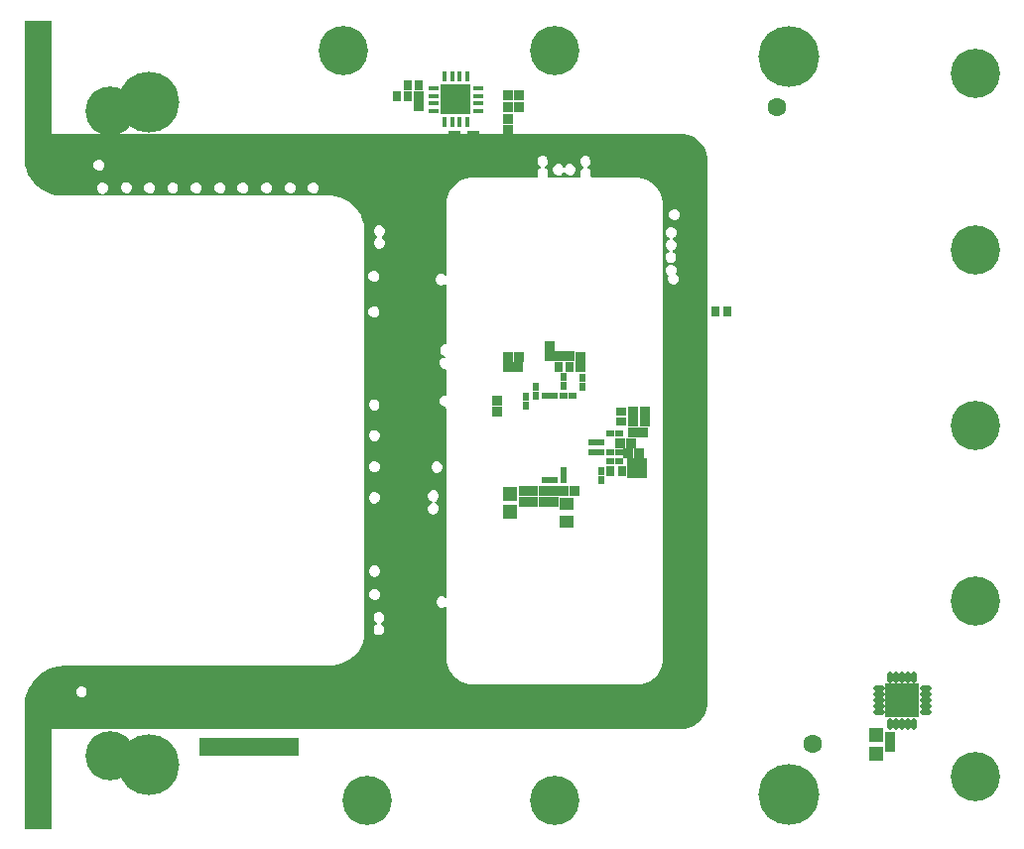
<source format=gbs>
G04*
G04 #@! TF.GenerationSoftware,Altium Limited,Altium Designer,19.0.15 (446)*
G04*
G04 Layer_Color=16711935*
%FSLAX44Y44*%
%MOMM*%
G71*
G01*
G75*
%ADD49R,0.7832X0.8232*%
%ADD55R,0.8232X0.8232*%
%ADD59R,0.8232X0.8232*%
%ADD60R,1.2032X1.1532*%
%ADD63R,1.1032X1.2032*%
%ADD73R,0.6032X0.6532*%
%ADD78C,4.2000*%
%ADD79C,5.2000*%
%ADD80C,1.6000*%
%ADD103R,2.6416X2.6416*%
%ADD104R,0.3556X0.8128*%
%ADD105R,0.8128X0.3556*%
%ADD112R,8.5500X1.5500*%
%ADD113R,0.8200X0.8200*%
%ADD114R,0.8200X0.8200*%
%ADD115R,1.2032X1.1032*%
%ADD116R,0.6532X0.6032*%
%ADD117R,0.8232X0.8032*%
%ADD118O,1.0032X0.5032*%
%ADD119O,0.5032X1.0032*%
%ADD120R,2.9532X2.9532*%
G36*
X556750Y573500D02*
X1090000D01*
Y573500D01*
X1094500Y573500D01*
X1096656Y573394D01*
X1100886Y572553D01*
X1104871Y570902D01*
X1108457Y568506D01*
X1111506Y565457D01*
X1113902Y561871D01*
X1115553Y557886D01*
X1116394Y553656D01*
X1116500Y551500D01*
X1116500D01*
X1116500Y551500D01*
X1116500Y95310D01*
X1116500Y88629D01*
X1116391Y86408D01*
X1115524Y82052D01*
X1113824Y77948D01*
X1111357Y74255D01*
X1108216Y71114D01*
X1104523Y68646D01*
X1100419Y66946D01*
X1096063Y66080D01*
X1093842Y65971D01*
X556750Y65971D01*
Y-19500D01*
X533750D01*
Y65971D01*
Y84250D01*
X533750Y86593D01*
X534362Y91239D01*
X535574Y95765D01*
X537368Y100095D01*
X539711Y104153D01*
X542563Y107870D01*
X545877Y111184D01*
X549594Y114036D01*
X553652Y116379D01*
X557981Y118172D01*
X562508Y119385D01*
X567154Y119997D01*
X569496Y119997D01*
X793797Y119997D01*
X794992Y119997D01*
X794992Y119997D01*
X794992Y119997D01*
X796888Y120059D01*
X800648Y120554D01*
X804312Y121535D01*
X807815Y122986D01*
X811100Y124883D01*
X814109Y127191D01*
X816790Y129873D01*
X819099Y132882D01*
X820995Y136166D01*
X822447Y139670D01*
X823428Y143333D01*
X823923Y147093D01*
X823985Y148990D01*
X823985Y490512D01*
X823985D01*
X823985Y490512D01*
X823920Y492506D01*
X823399Y496460D01*
X822367Y500312D01*
X820841Y503997D01*
X818847Y507450D01*
X816420Y510614D01*
X813600Y513434D01*
X810436Y515862D01*
X806982Y517856D01*
X803298Y519382D01*
X799446Y520414D01*
X795492Y520935D01*
X793498Y521000D01*
X566083Y521000D01*
X563964Y521000D01*
X559762Y521553D01*
X555668Y522650D01*
X551752Y524272D01*
X548081Y526391D01*
X544719Y528972D01*
X541722Y531969D01*
X539141Y535331D01*
X537022Y539002D01*
X535400Y542918D01*
X534303Y547012D01*
X533750Y551214D01*
X533750Y553333D01*
Y573000D01*
Y670500D01*
X556750D01*
Y573500D01*
D02*
G37*
%LPC*%
G36*
X998424Y547901D02*
X996722Y547197D01*
X995419Y545894D01*
X994976Y544824D01*
X993601Y544823D01*
X993128Y545967D01*
X991872Y547222D01*
X990233Y547901D01*
X989345Y547901D01*
X988424Y547901D01*
X986722Y547197D01*
X985419Y545894D01*
X984714Y544191D01*
X984714Y543270D01*
Y542263D01*
X985485Y540402D01*
X986909Y538978D01*
X988770Y538207D01*
X989777Y538207D01*
X989777Y538207D01*
X990619Y538336D01*
X990923Y538506D01*
X992107Y539164D01*
X993215Y540456D01*
X993627Y541568D01*
X994991Y541594D01*
X995485Y540402D01*
X996909Y538978D01*
X998770Y538207D01*
X999777Y538207D01*
X999777Y538207D01*
X1000619Y538336D01*
X1000923Y538506D01*
X1002107Y539164D01*
X1003215Y540456D01*
X1003807Y542053D01*
X1003807Y542905D01*
X1003807Y542905D01*
Y543440D01*
X1003807Y544328D01*
X1003128Y545967D01*
X1001872Y547222D01*
X1000233Y547901D01*
X999345Y547901D01*
X998424Y547901D01*
D02*
G37*
G36*
X596618Y551923D02*
X594915Y551218D01*
X593612Y549915D01*
X592907Y548212D01*
X592907Y547291D01*
Y546284D01*
X593678Y544423D01*
X595103Y542999D01*
X596964Y542228D01*
X597971Y542228D01*
X597971Y542228D01*
X598812Y542358D01*
X599117Y542527D01*
X600300Y543185D01*
X601409Y544477D01*
X602000Y546074D01*
X602000Y546926D01*
X602000Y546926D01*
Y547462D01*
X602000Y548349D01*
X601321Y549989D01*
X600066Y551244D01*
X598426Y551923D01*
X597539Y551923D01*
X596618Y551923D01*
D02*
G37*
G36*
X1011674Y555151D02*
X1009972Y554446D01*
X1008669Y553144D01*
X1007964Y551441D01*
X1007964Y550520D01*
Y549513D01*
X1008735Y547652D01*
X1010159Y546228D01*
X1010858Y545938D01*
X1010858Y544563D01*
X1009972Y544196D01*
X1008669Y542893D01*
X1007964Y541191D01*
X1007964Y540270D01*
Y539263D01*
X1008582Y537770D01*
X1007977Y536500D01*
X980679D01*
X980082Y537770D01*
X980556Y539053D01*
X980556Y539904D01*
X980556Y539905D01*
Y540440D01*
X980557Y541328D01*
X979877Y542967D01*
X978623Y544222D01*
X977996Y544482D01*
X977915Y545890D01*
X978857Y546414D01*
X979966Y547706D01*
X980556Y549303D01*
X980556Y550154D01*
X980556Y550154D01*
Y550690D01*
X980557Y551578D01*
X979877Y553217D01*
X978623Y554472D01*
X976983Y555151D01*
X976095Y555151D01*
X975174Y555151D01*
X973472Y554446D01*
X972169Y553144D01*
X971464Y551441D01*
X971464Y550520D01*
Y549513D01*
X972235Y547652D01*
X973659Y546228D01*
X974358Y545938D01*
X974358Y544563D01*
X973472Y544196D01*
X972169Y542893D01*
X971464Y541191D01*
X971464Y540270D01*
Y539263D01*
X972082Y537770D01*
X971477Y536500D01*
X916794D01*
X914551Y536500D01*
X910150Y535625D01*
X906005Y533908D01*
X902274Y531415D01*
X899101Y528242D01*
X896608Y524511D01*
X894891Y520366D01*
X894016Y515965D01*
X894016Y513722D01*
Y453125D01*
X892746Y452599D01*
X891872Y453472D01*
X890233Y454151D01*
X889345Y454151D01*
X888424Y454151D01*
X886722Y453447D01*
X885419Y452144D01*
X884714Y450441D01*
X884714Y449520D01*
Y448513D01*
X885485Y446652D01*
X886909Y445228D01*
X888770Y444457D01*
X889777Y444457D01*
X889777Y444457D01*
X890619Y444586D01*
X890923Y444756D01*
X892107Y445414D01*
X892746Y446159D01*
X894016Y445689D01*
Y394745D01*
X892746Y393901D01*
X892174Y393901D01*
X890472Y393196D01*
X889169Y391894D01*
X888464Y390191D01*
X888464Y389270D01*
Y388263D01*
X889235Y386402D01*
X890659Y384978D01*
X892520Y384207D01*
X892727Y382937D01*
X892623Y382651D01*
X892345Y382651D01*
X891424Y382651D01*
X889722Y381946D01*
X888419Y380644D01*
X887714Y378941D01*
X887714Y378020D01*
Y377013D01*
X888485Y375152D01*
X889909Y373728D01*
X891770Y372957D01*
X892746Y372957D01*
X892779Y372955D01*
X894016Y371955D01*
Y350758D01*
X893483Y350401D01*
X892595Y350401D01*
X891674Y350401D01*
X889972Y349697D01*
X888669Y348394D01*
X887964Y346691D01*
X887964Y345770D01*
Y344763D01*
X888735Y342902D01*
X890159Y341478D01*
X892020Y340707D01*
X892746Y340707D01*
X893273Y340425D01*
X894016Y339574D01*
Y178375D01*
X892746Y177849D01*
X892373Y178222D01*
X890733Y178901D01*
X889845Y178901D01*
X888924Y178902D01*
X887222Y178196D01*
X885919Y176894D01*
X885214Y175191D01*
X885214Y174270D01*
Y173263D01*
X885985Y171402D01*
X887409Y169978D01*
X889270Y169207D01*
X890277Y169207D01*
X890277Y169207D01*
X891119Y169336D01*
X891423Y169506D01*
X892607Y170164D01*
X892746Y170326D01*
X894016Y169856D01*
Y126742D01*
Y124502D01*
X894890Y120109D01*
X896604Y115970D01*
X899093Y112245D01*
X902261Y109077D01*
X905986Y106588D01*
X910125Y104874D01*
X914518Y104000D01*
X916758Y104000D01*
X916758Y104000D01*
Y104000D01*
X1057050D01*
X1059187Y104000D01*
X1063380Y104834D01*
X1067329Y106470D01*
X1070883Y108844D01*
X1073905Y111867D01*
X1076280Y115421D01*
X1077916Y119370D01*
X1078750Y123563D01*
X1078750Y125700D01*
X1078750Y125700D01*
X1078750Y512500D01*
X1078750Y514864D01*
X1077828Y519501D01*
X1076018Y523868D01*
X1073392Y527799D01*
X1070049Y531142D01*
X1066118Y533769D01*
X1061750Y535578D01*
X1057114Y536500D01*
X1054750Y536500D01*
X1054750Y536500D01*
X1054750Y536500D01*
X1017179D01*
X1016582Y537770D01*
X1017057Y539053D01*
X1017057Y539904D01*
X1017057Y539905D01*
Y540440D01*
X1017057Y541328D01*
X1016377Y542967D01*
X1015123Y544222D01*
X1014496Y544482D01*
X1014415Y545890D01*
X1015357Y546414D01*
X1016466Y547706D01*
X1017057Y549303D01*
X1017057Y550154D01*
X1017057Y550154D01*
Y550690D01*
X1017057Y551578D01*
X1016377Y553217D01*
X1015123Y554472D01*
X1013483Y555151D01*
X1012595Y555151D01*
X1011674Y555151D01*
D02*
G37*
G36*
X619924Y532557D02*
X618222Y531852D01*
X616919Y530549D01*
X616214Y528846D01*
X616214Y527925D01*
Y526918D01*
X616985Y525057D01*
X618409Y523633D01*
X620270Y522862D01*
X621277Y522862D01*
X621277Y522862D01*
X622119Y522992D01*
X622423Y523161D01*
X623607Y523819D01*
X624715Y525111D01*
X625307Y526708D01*
X625307Y527560D01*
X625307Y527560D01*
Y528095D01*
X625307Y528983D01*
X624627Y530622D01*
X623372Y531878D01*
X621733Y532557D01*
X620845Y532557D01*
X619924Y532557D01*
D02*
G37*
G36*
X779424Y532402D02*
X777722Y531696D01*
X776419Y530393D01*
X775714Y528691D01*
X775714Y527770D01*
Y526763D01*
X776485Y524902D01*
X777909Y523478D01*
X779770Y522707D01*
X780777Y522707D01*
X780777Y522707D01*
X781619Y522836D01*
X781923Y523006D01*
X783107Y523664D01*
X784215Y524956D01*
X784807Y526553D01*
X784807Y527404D01*
X784807Y527405D01*
Y527940D01*
X784807Y528828D01*
X784128Y530467D01*
X782872Y531722D01*
X781233Y532401D01*
X780346Y532401D01*
X779424Y532402D01*
D02*
G37*
G36*
X759674D02*
X757972Y531696D01*
X756669Y530393D01*
X755964Y528691D01*
X755964Y527770D01*
Y526763D01*
X756735Y524902D01*
X758159Y523478D01*
X760020Y522707D01*
X761027Y522707D01*
X761027Y522707D01*
X761869Y522836D01*
X762173Y523006D01*
X763357Y523664D01*
X764465Y524956D01*
X765057Y526553D01*
X765057Y527404D01*
X765057Y527405D01*
Y527940D01*
X765057Y528828D01*
X764378Y530467D01*
X763122Y531722D01*
X761483Y532401D01*
X760595Y532401D01*
X759674Y532402D01*
D02*
G37*
G36*
X739424D02*
X737722Y531696D01*
X736419Y530393D01*
X735714Y528691D01*
X735714Y527770D01*
Y526763D01*
X736485Y524902D01*
X737909Y523478D01*
X739770Y522707D01*
X740777Y522707D01*
X740777Y522707D01*
X741619Y522836D01*
X741923Y523006D01*
X743107Y523664D01*
X744215Y524956D01*
X744807Y526553D01*
X744807Y527404D01*
X744807Y527405D01*
Y527940D01*
X744807Y528828D01*
X744128Y530467D01*
X742872Y531722D01*
X741233Y532401D01*
X740346Y532401D01*
X739424Y532402D01*
D02*
G37*
G36*
X719424D02*
X717722Y531696D01*
X716419Y530393D01*
X715714Y528691D01*
X715714Y527770D01*
Y526763D01*
X716485Y524902D01*
X717909Y523478D01*
X719770Y522707D01*
X720777Y522707D01*
X720777Y522707D01*
X721619Y522836D01*
X721923Y523006D01*
X723107Y523664D01*
X724215Y524956D01*
X724807Y526553D01*
X724807Y527404D01*
X724807Y527405D01*
Y527940D01*
X724807Y528828D01*
X724128Y530467D01*
X722872Y531722D01*
X721233Y532401D01*
X720345Y532401D01*
X719424Y532402D01*
D02*
G37*
G36*
X699674D02*
X697972Y531696D01*
X696669Y530393D01*
X695964Y528691D01*
X695964Y527770D01*
Y526763D01*
X696735Y524902D01*
X698159Y523478D01*
X700020Y522707D01*
X701027Y522707D01*
X701027Y522707D01*
X701869Y522836D01*
X702173Y523006D01*
X703357Y523664D01*
X704465Y524956D01*
X705057Y526553D01*
X705057Y527404D01*
X705057Y527405D01*
Y527940D01*
X705057Y528828D01*
X704378Y530467D01*
X703122Y531722D01*
X701483Y532401D01*
X700595Y532401D01*
X699674Y532402D01*
D02*
G37*
G36*
X679424D02*
X677722Y531696D01*
X676419Y530393D01*
X675714Y528691D01*
X675714Y527770D01*
Y526763D01*
X676485Y524902D01*
X677909Y523478D01*
X679770Y522707D01*
X680777Y522707D01*
X680777Y522707D01*
X681619Y522836D01*
X681923Y523006D01*
X683107Y523664D01*
X684215Y524956D01*
X684807Y526553D01*
X684807Y527404D01*
X684807Y527405D01*
Y527940D01*
X684807Y528828D01*
X684128Y530467D01*
X682872Y531722D01*
X681233Y532401D01*
X680346Y532401D01*
X679424Y532402D01*
D02*
G37*
G36*
X639674D02*
X637972Y531696D01*
X636669Y530393D01*
X635964Y528691D01*
X635964Y527770D01*
Y526763D01*
X636735Y524902D01*
X638159Y523478D01*
X640020Y522707D01*
X641027Y522707D01*
X641027Y522707D01*
X641869Y522836D01*
X642173Y523006D01*
X643357Y523664D01*
X644465Y524956D01*
X645057Y526553D01*
X645057Y527404D01*
X645057Y527405D01*
Y527940D01*
X645057Y528828D01*
X644378Y530467D01*
X643122Y531722D01*
X641483Y532401D01*
X640595Y532401D01*
X639674Y532402D01*
D02*
G37*
G36*
X659476Y532380D02*
X657774Y531675D01*
X656471Y530372D01*
X655766Y528670D01*
X655766Y527748D01*
Y526741D01*
X656537Y524880D01*
X657961Y523456D01*
X659822Y522685D01*
X660829Y522685D01*
X660829Y522685D01*
X661671Y522815D01*
X661975Y522984D01*
X663159Y523642D01*
X664268Y524935D01*
X664859Y526531D01*
X664859Y527383D01*
X664859Y527383D01*
Y527919D01*
X664859Y528806D01*
X664180Y530446D01*
X662925Y531701D01*
X661285Y532380D01*
X660398Y532380D01*
X659476Y532380D01*
D02*
G37*
G36*
X599561Y532151D02*
X597859Y531446D01*
X596556Y530144D01*
X595851Y528441D01*
X595851Y527520D01*
Y526513D01*
X596622Y524652D01*
X598046Y523228D01*
X599907Y522457D01*
X600914Y522457D01*
X600914Y522457D01*
X601756Y522586D01*
X602061Y522756D01*
X603244Y523414D01*
X604353Y524706D01*
X604944Y526303D01*
X604944Y527154D01*
X604944Y527154D01*
Y527690D01*
X604944Y528578D01*
X604265Y530217D01*
X603010Y531472D01*
X601370Y532151D01*
X600483Y532151D01*
X599561Y532151D01*
D02*
G37*
G36*
X1087424Y509402D02*
X1085722Y508697D01*
X1084419Y507393D01*
X1083714Y505691D01*
X1083714Y504770D01*
Y503763D01*
X1084485Y501902D01*
X1085909Y500478D01*
X1087770Y499707D01*
X1088777Y499707D01*
X1088777Y499707D01*
X1089619Y499836D01*
X1089923Y500006D01*
X1091107Y500664D01*
X1092215Y501956D01*
X1092806Y503553D01*
X1092806Y504404D01*
X1092807Y504404D01*
Y504940D01*
X1092807Y505828D01*
X1092128Y507467D01*
X1090872Y508722D01*
X1089233Y509401D01*
X1088345Y509401D01*
X1087424Y509402D01*
D02*
G37*
G36*
X835763Y495592D02*
X834061Y494887D01*
X832758Y493584D01*
X832053Y491881D01*
X832053Y490960D01*
Y489953D01*
X832824Y488092D01*
X834248Y486668D01*
X834830Y486427D01*
X834830Y485052D01*
X833972Y484696D01*
X832669Y483394D01*
X831964Y481691D01*
X831964Y480770D01*
Y479763D01*
X832735Y477902D01*
X834159Y476478D01*
X836020Y475707D01*
X837027Y475707D01*
X837027Y475707D01*
X837869Y475836D01*
X838173Y476006D01*
X839357Y476664D01*
X840465Y477956D01*
X841057Y479553D01*
X841057Y480404D01*
X841057Y480404D01*
Y480940D01*
X841057Y481828D01*
X840378Y483467D01*
X839122Y484722D01*
X838608Y484935D01*
X838528Y486343D01*
X839446Y486854D01*
X840554Y488146D01*
X841145Y489743D01*
X841145Y490594D01*
X841145Y490595D01*
Y491130D01*
X841145Y492018D01*
X840466Y493657D01*
X839211Y494912D01*
X837572Y495592D01*
X836684Y495592D01*
X835763Y495592D01*
D02*
G37*
G36*
X1084674Y494151D02*
X1082972Y493447D01*
X1081669Y492144D01*
X1080964Y490441D01*
X1080964Y489520D01*
Y488513D01*
X1081735Y486652D01*
X1083159Y485228D01*
X1084160Y484813D01*
X1084160Y483438D01*
X1082972Y482947D01*
X1081669Y481643D01*
X1080964Y479941D01*
X1080964Y479020D01*
Y478013D01*
X1081735Y476152D01*
X1083159Y474728D01*
X1084502Y474171D01*
X1084441Y473183D01*
X1084337Y472865D01*
X1082722Y472197D01*
X1081419Y470894D01*
X1080714Y469191D01*
X1080714Y468270D01*
Y467263D01*
X1081485Y465402D01*
X1082909Y463978D01*
X1084770Y463207D01*
X1085777Y463207D01*
X1085777Y463207D01*
X1086619Y463336D01*
X1086923Y463506D01*
X1088107Y464164D01*
X1089215Y465456D01*
X1089807Y467053D01*
X1089807Y467904D01*
X1089807Y467905D01*
Y468440D01*
X1089807Y469328D01*
X1089127Y470967D01*
X1087872Y472222D01*
X1086581Y472757D01*
X1086739Y474066D01*
X1086869Y474086D01*
X1087173Y474256D01*
X1088357Y474914D01*
X1089465Y476206D01*
X1090057Y477803D01*
X1090057Y478654D01*
X1090057Y478655D01*
Y479190D01*
X1090057Y480078D01*
X1089378Y481717D01*
X1088122Y482972D01*
X1087141Y483379D01*
X1087061Y483733D01*
X1087157Y484747D01*
X1088357Y485414D01*
X1089465Y486706D01*
X1090057Y488303D01*
X1090057Y489154D01*
X1090057Y489155D01*
Y489690D01*
X1090057Y490578D01*
X1089378Y492217D01*
X1088122Y493472D01*
X1086483Y494151D01*
X1085595Y494151D01*
X1084674Y494151D01*
D02*
G37*
G36*
X831174Y456902D02*
X829472Y456196D01*
X828169Y454893D01*
X827464Y453191D01*
X827464Y452270D01*
Y451263D01*
X828235Y449402D01*
X829659Y447978D01*
X831520Y447207D01*
X832527Y447207D01*
X832527Y447207D01*
X833369Y447336D01*
X833673Y447506D01*
X834857Y448164D01*
X835965Y449456D01*
X836556Y451053D01*
X836556Y451904D01*
X836556Y451904D01*
Y452440D01*
X836557Y453328D01*
X835877Y454967D01*
X834622Y456222D01*
X832983Y456901D01*
X832095Y456901D01*
X831174Y456902D01*
D02*
G37*
G36*
X1084674Y461902D02*
X1082972Y461197D01*
X1081669Y459893D01*
X1080964Y458191D01*
X1080964Y457270D01*
Y456263D01*
X1081735Y454402D01*
X1083159Y452978D01*
X1083370Y452890D01*
X1083419Y452644D01*
X1082714Y450941D01*
X1082714Y450020D01*
Y449013D01*
X1083485Y447152D01*
X1084909Y445728D01*
X1086770Y444957D01*
X1087777Y444957D01*
X1087777Y444957D01*
X1088619Y445086D01*
X1088923Y445256D01*
X1090107Y445914D01*
X1091216Y447206D01*
X1091806Y448803D01*
X1091806Y449654D01*
X1091807Y449655D01*
Y450190D01*
X1091807Y451078D01*
X1091127Y452717D01*
X1089873Y453972D01*
X1089549Y454106D01*
X1089465Y454456D01*
X1090057Y456053D01*
X1090057Y456904D01*
X1090057Y456904D01*
Y457440D01*
X1090057Y458328D01*
X1089378Y459967D01*
X1088122Y461222D01*
X1086483Y461901D01*
X1085595Y461901D01*
X1084674Y461902D01*
D02*
G37*
G36*
X831174Y426651D02*
X829472Y425946D01*
X828169Y424644D01*
X827464Y422941D01*
X827464Y422020D01*
Y421013D01*
X828235Y419152D01*
X829659Y417728D01*
X831520Y416957D01*
X832527Y416957D01*
X832527Y416957D01*
X833369Y417086D01*
X833673Y417256D01*
X834857Y417914D01*
X835965Y419206D01*
X836556Y420803D01*
X836556Y421654D01*
X836556Y421655D01*
Y422190D01*
X836557Y423078D01*
X835877Y424717D01*
X834622Y425972D01*
X832983Y426651D01*
X832095Y426651D01*
X831174Y426651D01*
D02*
G37*
G36*
X831397Y347195D02*
X829695Y346490D01*
X828392Y345187D01*
X827687Y343484D01*
X827687Y342563D01*
Y341556D01*
X828458Y339695D01*
X829882Y338271D01*
X831743Y337500D01*
X832750Y337500D01*
X832750Y337500D01*
X833592Y337630D01*
X833896Y337799D01*
X835080Y338457D01*
X836188Y339749D01*
X836779Y341346D01*
X836779Y342198D01*
X836779Y342198D01*
Y342733D01*
X836779Y343621D01*
X836100Y345260D01*
X834845Y346515D01*
X833206Y347195D01*
X832318Y347195D01*
X831397Y347195D01*
D02*
G37*
G36*
X831424Y320901D02*
X829722Y320196D01*
X828419Y318894D01*
X827714Y317191D01*
X827714Y316270D01*
Y315263D01*
X828485Y313402D01*
X829909Y311978D01*
X831770Y311207D01*
X832777Y311207D01*
X832777Y311207D01*
X833619Y311336D01*
X833923Y311506D01*
X835107Y312164D01*
X836216Y313456D01*
X836806Y315053D01*
X836806Y315904D01*
X836807Y315904D01*
Y316440D01*
X836807Y317328D01*
X836127Y318967D01*
X834873Y320222D01*
X833233Y320901D01*
X832346Y320901D01*
X831424Y320901D01*
D02*
G37*
G36*
Y294401D02*
X829722Y293696D01*
X828419Y292393D01*
X827714Y290691D01*
X827714Y289770D01*
Y288763D01*
X828485Y286902D01*
X829909Y285478D01*
X831770Y284707D01*
X832777Y284707D01*
X832777Y284707D01*
X833619Y284836D01*
X833923Y285006D01*
X835107Y285664D01*
X836216Y286956D01*
X836806Y288553D01*
X836806Y289404D01*
X836807Y289405D01*
Y289940D01*
X836807Y290828D01*
X836127Y292467D01*
X834873Y293722D01*
X833233Y294401D01*
X832346Y294401D01*
X831424Y294401D01*
D02*
G37*
G36*
X884789Y294000D02*
X883087Y293295D01*
X881784Y291992D01*
X881079Y290290D01*
X881079Y289368D01*
Y288361D01*
X881850Y286500D01*
X883274Y285076D01*
X885135Y284305D01*
X886142Y284305D01*
X886142Y284305D01*
X886984Y284435D01*
X887289Y284604D01*
X888472Y285262D01*
X889581Y286555D01*
X890172Y288152D01*
X890172Y289003D01*
X890172Y289003D01*
Y289539D01*
X890172Y290426D01*
X889493Y292066D01*
X888238Y293321D01*
X886598Y294000D01*
X885711Y294000D01*
X884789Y294000D01*
D02*
G37*
G36*
X831424Y267901D02*
X829722Y267196D01*
X828419Y265893D01*
X827714Y264191D01*
X827714Y263270D01*
Y262263D01*
X828485Y260402D01*
X829909Y258978D01*
X831770Y258207D01*
X832777Y258207D01*
X832777Y258207D01*
X833619Y258336D01*
X833923Y258506D01*
X835107Y259164D01*
X836216Y260456D01*
X836806Y262053D01*
X836806Y262904D01*
X836807Y262904D01*
Y263440D01*
X836807Y264328D01*
X836127Y265967D01*
X834873Y267222D01*
X833233Y267901D01*
X832346Y267901D01*
X831424Y267901D01*
D02*
G37*
G36*
X881825Y269319D02*
X880122Y268614D01*
X878820Y267311D01*
X878114Y265609D01*
X878115Y264688D01*
Y263680D01*
X878885Y261819D01*
X880310Y260395D01*
X881707Y259817D01*
X881745Y259510D01*
X881580Y258494D01*
X880155Y257904D01*
X878852Y256601D01*
X878148Y254899D01*
X878148Y253978D01*
Y252970D01*
X878918Y251110D01*
X880343Y249685D01*
X882204Y248915D01*
X883211Y248915D01*
X883211Y248914D01*
X884052Y249044D01*
X884357Y249213D01*
X885540Y249871D01*
X886649Y251164D01*
X887240Y252761D01*
X887240Y253612D01*
X887240Y253612D01*
Y254148D01*
X887240Y255035D01*
X886561Y256675D01*
X885306Y257930D01*
X884008Y258467D01*
X884017Y259530D01*
X884070Y259782D01*
X884324Y259923D01*
X885507Y260581D01*
X886616Y261874D01*
X887207Y263471D01*
X887207Y264322D01*
X887207Y264322D01*
Y264858D01*
X887207Y265745D01*
X886528Y267385D01*
X885273Y268640D01*
X883633Y269319D01*
X882746Y269319D01*
X881825Y269319D01*
D02*
G37*
G36*
X831674Y205152D02*
X829972Y204446D01*
X828669Y203144D01*
X827964Y201441D01*
X827964Y200520D01*
Y199513D01*
X828735Y197652D01*
X830159Y196228D01*
X832020Y195457D01*
X833027Y195457D01*
X833027Y195457D01*
X833869Y195586D01*
X834173Y195756D01*
X835357Y196414D01*
X836466Y197706D01*
X837057Y199303D01*
X837057Y200154D01*
X837057Y200154D01*
Y200690D01*
X837057Y201578D01*
X836377Y203217D01*
X835123Y204472D01*
X833483Y205151D01*
X832595Y205151D01*
X831674Y205152D01*
D02*
G37*
G36*
Y185152D02*
X829972Y184446D01*
X828669Y183144D01*
X827964Y181441D01*
X827964Y180520D01*
Y179513D01*
X828735Y177652D01*
X830159Y176228D01*
X832020Y175457D01*
X833027Y175457D01*
X833027Y175457D01*
X833869Y175586D01*
X834173Y175756D01*
X835357Y176414D01*
X836466Y177706D01*
X837057Y179303D01*
X837057Y180154D01*
X837057Y180154D01*
Y180690D01*
X837057Y181578D01*
X836377Y183217D01*
X835123Y184472D01*
X833483Y185151D01*
X832595Y185151D01*
X831674Y185152D01*
D02*
G37*
G36*
X835424Y165651D02*
X833722Y164946D01*
X832419Y163643D01*
X831714Y161941D01*
X831714Y161020D01*
Y160013D01*
X832485Y158152D01*
X833909Y156728D01*
X834608Y156438D01*
X834608Y155063D01*
X833722Y154696D01*
X832419Y153393D01*
X831714Y151691D01*
X831714Y150770D01*
Y149763D01*
X832485Y147902D01*
X833909Y146478D01*
X835770Y145707D01*
X836777Y145707D01*
X836777Y145707D01*
X837619Y145836D01*
X837923Y146006D01*
X839107Y146664D01*
X840216Y147956D01*
X840807Y149553D01*
X840807Y150404D01*
X840807Y150404D01*
Y150940D01*
X840807Y151828D01*
X840127Y153467D01*
X838873Y154722D01*
X838246Y154982D01*
X838165Y156390D01*
X839107Y156914D01*
X840216Y158206D01*
X840807Y159803D01*
X840807Y160654D01*
X840807Y160654D01*
Y161190D01*
X840807Y162078D01*
X840127Y163717D01*
X838873Y164972D01*
X837233Y165651D01*
X836345Y165651D01*
X835424Y165651D01*
D02*
G37*
G36*
X581618Y102211D02*
X579915Y101506D01*
X578612Y100203D01*
X577907Y98501D01*
X577907Y97580D01*
Y96573D01*
X578678Y94712D01*
X580103Y93287D01*
X581963Y92517D01*
X582971Y92517D01*
X582971Y92517D01*
X583812Y92646D01*
X584117Y92816D01*
X585300Y93473D01*
X586409Y94766D01*
X587000Y96363D01*
X587000Y97214D01*
X587000Y97214D01*
Y97750D01*
X587000Y98637D01*
X586321Y100277D01*
X585066Y101532D01*
X583426Y102211D01*
X582539Y102211D01*
X581618Y102211D01*
D02*
G37*
%LPD*%
D49*
X870150Y615000D02*
D03*
X860750D02*
D03*
X860900Y606250D02*
D03*
X851500D02*
D03*
X999150Y374750D02*
D03*
X989750D02*
D03*
X1043400Y286000D02*
D03*
X1034000D02*
D03*
X1133150Y422250D02*
D03*
X1123750D02*
D03*
D55*
X732351Y84500D02*
D03*
X775000D02*
D03*
X817649D02*
D03*
X586101Y85000D02*
D03*
X652500D02*
D03*
X619300D02*
D03*
X975000D02*
D03*
X767500Y555250D02*
D03*
X730000D02*
D03*
X617500D02*
D03*
X932500Y85000D02*
D03*
X1057500Y556250D02*
D03*
X946161D02*
D03*
X1017500Y85000D02*
D03*
X890000D02*
D03*
X805000Y555250D02*
D03*
X692500D02*
D03*
X655000D02*
D03*
X1020387Y556250D02*
D03*
X983274D02*
D03*
X1060000Y85000D02*
D03*
X1272750Y59250D02*
D03*
Y50250D02*
D03*
X946500Y586500D02*
D03*
Y577500D02*
D03*
X870250Y606250D02*
D03*
Y597250D02*
D03*
X976750Y268500D02*
D03*
Y259500D02*
D03*
X985250Y268500D02*
D03*
Y259500D02*
D03*
X1008000Y374500D02*
D03*
Y383500D02*
D03*
X937250Y337028D02*
D03*
Y346028D02*
D03*
X982000Y383750D02*
D03*
Y392750D02*
D03*
X959750Y268500D02*
D03*
Y259500D02*
D03*
X968000Y268500D02*
D03*
Y259500D02*
D03*
X1052750Y328000D02*
D03*
Y337000D02*
D03*
X1062910Y327928D02*
D03*
Y336928D02*
D03*
D59*
X876367Y525474D02*
D03*
X1098080Y442600D02*
D03*
X876500Y155000D02*
D03*
X1098080Y363950D02*
D03*
Y521250D02*
D03*
X876500Y302500D02*
D03*
X1098750Y167325D02*
D03*
Y245975D02*
D03*
X876367Y487816D02*
D03*
Y450158D02*
D03*
Y187500D02*
D03*
X876500Y122500D02*
D03*
X1098080Y324625D02*
D03*
Y481925D02*
D03*
X876500Y412500D02*
D03*
X876367Y337500D02*
D03*
X876500Y276000D02*
D03*
X1098080Y403275D02*
D03*
X1098750Y128000D02*
D03*
Y206650D02*
D03*
Y285300D02*
D03*
X955500Y596250D02*
D03*
X946500D02*
D03*
X955500Y606664D02*
D03*
X946500D02*
D03*
X994000Y268500D02*
D03*
X1003000D02*
D03*
X1049250Y301000D02*
D03*
X1058250D02*
D03*
X955250Y374500D02*
D03*
X946250D02*
D03*
X955404Y383250D02*
D03*
X946404D02*
D03*
X1052000Y292750D02*
D03*
X1061000D02*
D03*
X1042500Y309750D02*
D03*
X1051500D02*
D03*
X1052750Y319250D02*
D03*
X1061750D02*
D03*
X1061000Y284250D02*
D03*
X1052000D02*
D03*
X990250Y383750D02*
D03*
X999250D02*
D03*
D60*
X1260750Y44750D02*
D03*
Y60750D02*
D03*
X948500Y266750D02*
D03*
Y250750D02*
D03*
D63*
X900500Y570000D02*
D03*
X916500D02*
D03*
D73*
X1010028Y365000D02*
D03*
Y358000D02*
D03*
X994000Y285750D02*
D03*
Y278750D02*
D03*
X962000Y349000D02*
D03*
Y342000D02*
D03*
X970000Y357500D02*
D03*
Y350500D02*
D03*
X994028Y366000D02*
D03*
Y359000D02*
D03*
X1026000Y278500D02*
D03*
Y285500D02*
D03*
D78*
X1092500Y550000D02*
D03*
Y90000D02*
D03*
X1345000Y625000D02*
D03*
X986000Y645000D02*
D03*
X826000Y5000D02*
D03*
X986000D02*
D03*
X1345000Y25000D02*
D03*
Y325000D02*
D03*
Y175000D02*
D03*
Y475000D02*
D03*
X806000Y645000D02*
D03*
X607000Y43000D02*
D03*
Y593000D02*
D03*
X850000Y375000D02*
D03*
Y550000D02*
D03*
Y225000D02*
D03*
Y90000D02*
D03*
X695000D02*
D03*
X560000Y550000D02*
D03*
D79*
X640000Y35000D02*
D03*
Y600500D02*
D03*
X1186000Y640000D02*
D03*
Y10000D02*
D03*
D80*
X1175520Y596814D02*
D03*
X1206000Y53000D02*
D03*
D103*
X901954Y602996D02*
D03*
D104*
X892204Y583565D02*
D03*
X898704D02*
D03*
X905204D02*
D03*
X911704D02*
D03*
Y622427D02*
D03*
X905204D02*
D03*
X898704D02*
D03*
X892204D02*
D03*
D105*
X921385Y593246D02*
D03*
Y599746D02*
D03*
Y606246D02*
D03*
Y612746D02*
D03*
X882523D02*
D03*
Y606246D02*
D03*
Y599746D02*
D03*
Y593246D02*
D03*
D112*
X725500Y50250D02*
D03*
D113*
X732351Y75500D02*
D03*
X775000D02*
D03*
X817649D02*
D03*
X586101Y76000D02*
D03*
X652500D02*
D03*
X619300D02*
D03*
X975000D02*
D03*
X767500Y564250D02*
D03*
X730000D02*
D03*
X617500D02*
D03*
X932500Y76000D02*
D03*
X1057500Y565250D02*
D03*
X946161D02*
D03*
X1017500Y76000D02*
D03*
X890000D02*
D03*
X805000Y564250D02*
D03*
X692500D02*
D03*
X655000D02*
D03*
X1020387Y565250D02*
D03*
X983274D02*
D03*
X1060000Y76000D02*
D03*
D114*
X867367Y525474D02*
D03*
X1107079Y442600D02*
D03*
X867500Y155000D02*
D03*
X1107079Y363950D02*
D03*
Y521250D02*
D03*
X867500Y302500D02*
D03*
X1107750Y167325D02*
D03*
Y245975D02*
D03*
X867367Y487816D02*
D03*
Y450158D02*
D03*
Y187500D02*
D03*
X867500Y122500D02*
D03*
X1107079Y324625D02*
D03*
Y481925D02*
D03*
X867500Y412500D02*
D03*
X867367Y337500D02*
D03*
X867500Y276000D02*
D03*
X1107079Y403275D02*
D03*
X1107750Y128000D02*
D03*
Y206650D02*
D03*
Y285300D02*
D03*
D115*
X996250Y242250D02*
D03*
Y258250D02*
D03*
D116*
X1041000Y318000D02*
D03*
X1034000D02*
D03*
X1041000Y302000D02*
D03*
X1034000D02*
D03*
X1041000Y294000D02*
D03*
X1034000D02*
D03*
X994250Y350000D02*
D03*
X1001250D02*
D03*
X1018500Y302000D02*
D03*
X1025500D02*
D03*
X985500Y278000D02*
D03*
X978500D02*
D03*
X1018500Y310000D02*
D03*
X1025500D02*
D03*
X978500Y350000D02*
D03*
X985500D02*
D03*
D117*
X1042590Y327828D02*
D03*
Y337028D02*
D03*
D118*
X1302750Y100000D02*
D03*
Y95000D02*
D03*
Y90000D02*
D03*
Y85000D02*
D03*
Y80000D02*
D03*
X1262750D02*
D03*
Y85000D02*
D03*
Y90000D02*
D03*
Y95000D02*
D03*
Y100000D02*
D03*
D119*
X1292750Y70000D02*
D03*
X1287750D02*
D03*
X1282750D02*
D03*
X1277750D02*
D03*
X1272750D02*
D03*
Y110000D02*
D03*
X1277750D02*
D03*
X1282750D02*
D03*
X1287750D02*
D03*
X1292750D02*
D03*
D120*
X1282750Y90000D02*
D03*
M02*

</source>
